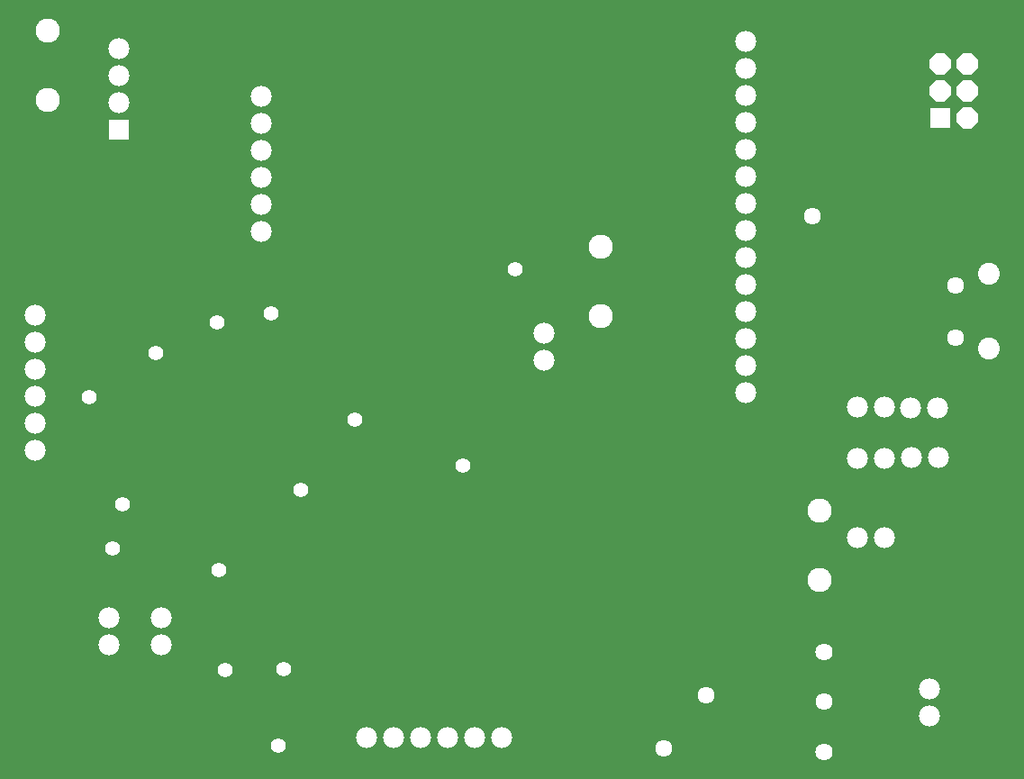
<source format=gbs>
G04 EAGLE Gerber RS-274X export*
G75*
%MOMM*%
%FSLAX34Y34*%
%LPD*%
%INSoldermask Bottom*%
%IPNEG*%
%AMOC8*
5,1,8,0,0,1.08239X$1,22.5*%
G01*
%ADD10C,1.981200*%
%ADD11C,2.286000*%
%ADD12R,1.981200X1.981200*%
%ADD13C,1.625600*%
%ADD14C,1.609600*%
%ADD15C,2.051600*%
%ADD16P,2.144431X8X112.500000*%
%ADD17C,1.409600*%


D10*
X380700Y59900D03*
X406100Y59900D03*
X431500Y59900D03*
X456900Y59900D03*
X482300Y59900D03*
X507700Y59900D03*
D11*
X601200Y521639D03*
X601200Y456361D03*
X80700Y724539D03*
X80700Y659261D03*
D10*
X737400Y383900D03*
X737400Y409300D03*
X737400Y434700D03*
X737400Y460100D03*
X737400Y485500D03*
X737400Y510900D03*
X737400Y536300D03*
X737400Y561700D03*
X737400Y587100D03*
X737400Y612500D03*
X737400Y637900D03*
X737400Y663300D03*
X737400Y688700D03*
X737400Y714100D03*
X68900Y330300D03*
X68900Y355700D03*
X68900Y381100D03*
X68900Y406500D03*
X68900Y431900D03*
X68900Y457300D03*
X910100Y105200D03*
X910100Y79800D03*
D12*
X148200Y631400D03*
D10*
X148200Y656800D03*
X148200Y682200D03*
X148200Y707600D03*
X281200Y535300D03*
X281200Y560700D03*
X281200Y586100D03*
X281200Y611500D03*
X281200Y636900D03*
X281200Y662300D03*
X918000Y323200D03*
X892600Y323200D03*
X138700Y147300D03*
X138700Y172700D03*
X187700Y147100D03*
X187700Y172500D03*
X892400Y369800D03*
X917800Y369800D03*
X867800Y370200D03*
X842400Y370200D03*
X842000Y322300D03*
X867400Y322300D03*
X867700Y247700D03*
X842300Y247700D03*
X547800Y440400D03*
X547800Y415000D03*
D13*
X810700Y140500D03*
D14*
X810700Y93500D03*
D13*
X810700Y46500D03*
D14*
X934750Y485100D03*
X934750Y435600D03*
D15*
X965500Y425600D03*
X965500Y495600D03*
D12*
X919700Y642000D03*
D16*
X919700Y667400D03*
X919700Y692800D03*
X945100Y692800D03*
X945100Y667400D03*
X945100Y642000D03*
D11*
X806700Y273439D03*
X806700Y208161D03*
D14*
X700000Y100000D03*
D17*
X240000Y450000D03*
X242000Y217500D03*
X248000Y123000D03*
X302500Y124500D03*
X297500Y52000D03*
D14*
X800000Y550000D03*
D17*
X142000Y237500D03*
X182500Y421500D03*
X291000Y458500D03*
X471500Y315500D03*
X520000Y500000D03*
X120000Y380000D03*
X151500Y279500D03*
X370000Y358500D03*
X318500Y293000D03*
D14*
X660000Y50000D03*
M02*

</source>
